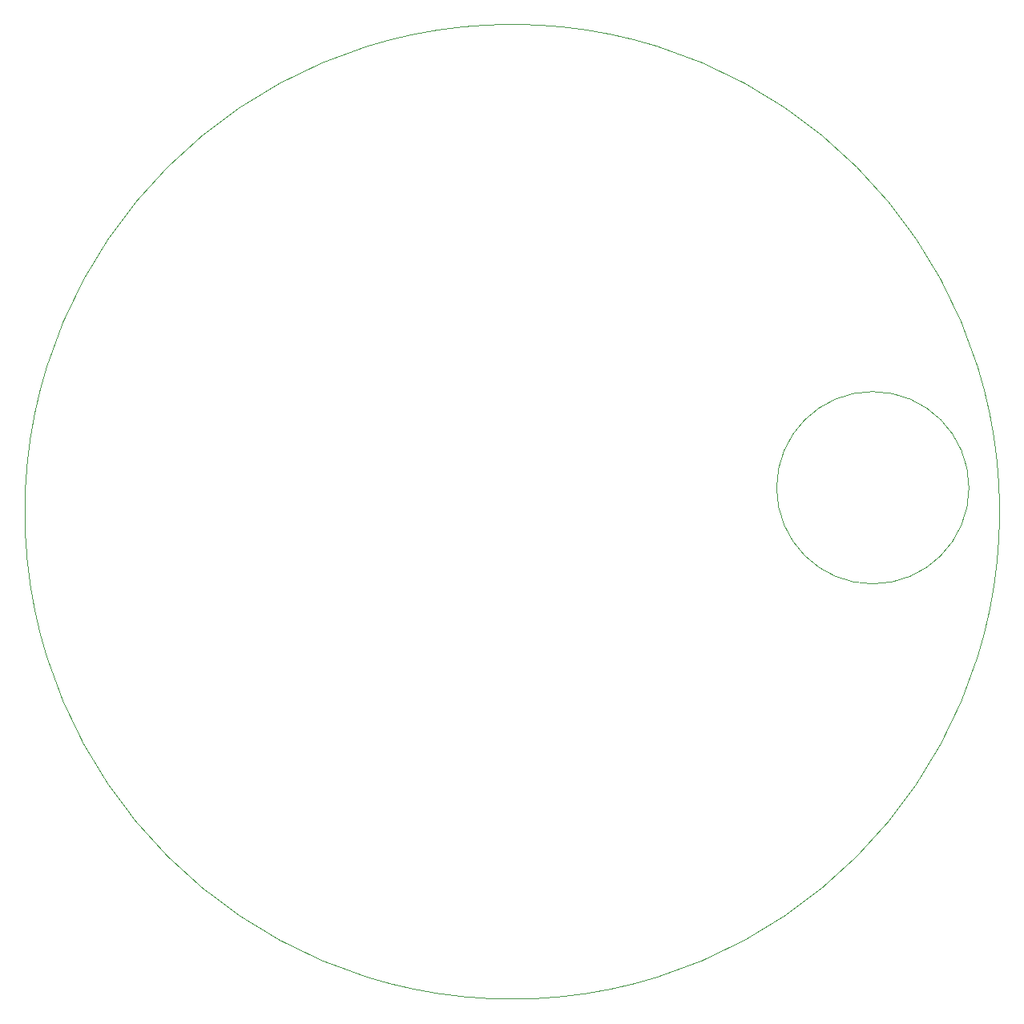
<source format=gm1>
%TF.GenerationSoftware,KiCad,Pcbnew,(6.0.9)*%
%TF.CreationDate,2023-01-15T17:56:17-06:00*%
%TF.ProjectId,URVBuoyancyEngine,55525642-756f-4796-916e-6379456e6769,rev?*%
%TF.SameCoordinates,Original*%
%TF.FileFunction,Profile,NP*%
%FSLAX46Y46*%
G04 Gerber Fmt 4.6, Leading zero omitted, Abs format (unit mm)*
G04 Created by KiCad (PCBNEW (6.0.9)) date 2023-01-15 17:56:17*
%MOMM*%
%LPD*%
G01*
G04 APERTURE LIST*
%TA.AperFunction,Profile*%
%ADD10C,0.100000*%
%TD*%
G04 APERTURE END LIST*
D10*
X134620000Y-88900000D02*
G75*
G03*
X134620000Y-88900000I-10160000J0D01*
G01*
X137860000Y-91440000D02*
G75*
G03*
X137860000Y-91440000I-51500000J0D01*
G01*
M02*

</source>
